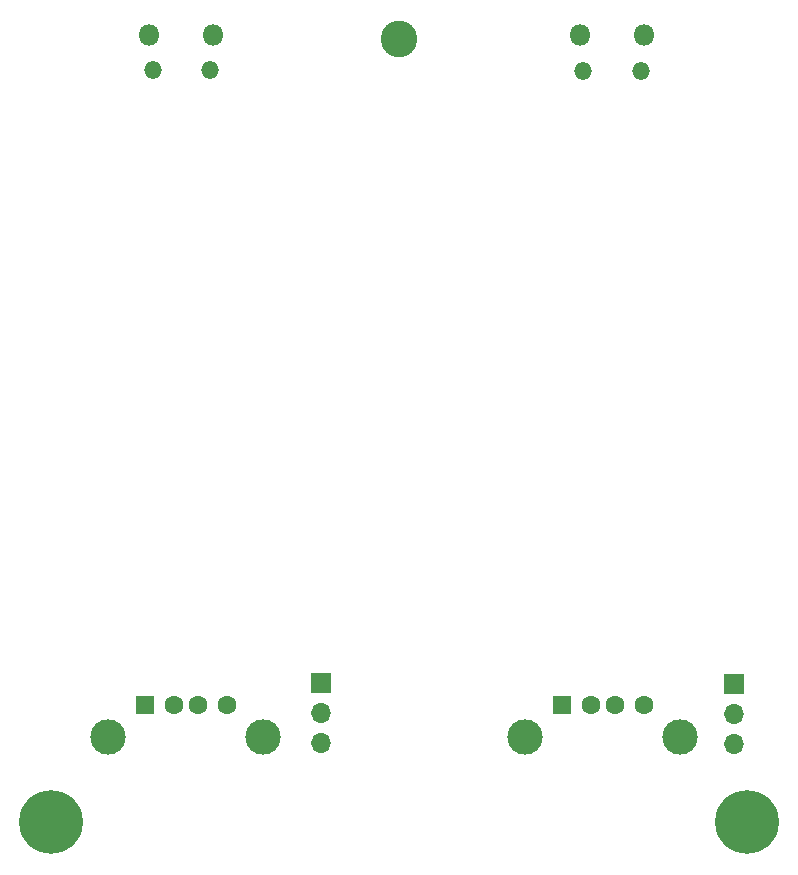
<source format=gbr>
%TF.GenerationSoftware,KiCad,Pcbnew,7.0.9*%
%TF.CreationDate,2024-01-21T01:35:17+01:00*%
%TF.ProjectId,DeskHop,4465736b-486f-4702-9e6b-696361645f70,rev?*%
%TF.SameCoordinates,Original*%
%TF.FileFunction,Soldermask,Bot*%
%TF.FilePolarity,Negative*%
%FSLAX46Y46*%
G04 Gerber Fmt 4.6, Leading zero omitted, Abs format (unit mm)*
G04 Created by KiCad (PCBNEW 7.0.9) date 2024-01-21 01:35:17*
%MOMM*%
%LPD*%
G01*
G04 APERTURE LIST*
%ADD10O,1.800000X1.800000*%
%ADD11O,1.500000X1.500000*%
%ADD12C,3.100000*%
%ADD13R,1.600000X1.500000*%
%ADD14C,1.600000*%
%ADD15C,3.000000*%
%ADD16R,1.700000X1.700000*%
%ADD17O,1.700000X1.700000*%
%ADD18C,5.400000*%
G04 APERTURE END LIST*
D10*
%TO.C,U1*%
X82619000Y-44834000D03*
D11*
X82919000Y-47864000D03*
X87769000Y-47864000D03*
D10*
X88069000Y-44834000D03*
%TD*%
%TO.C,U2*%
X46160523Y-44818249D03*
D11*
X46460523Y-47848249D03*
X51310523Y-47848249D03*
D10*
X51610523Y-44818249D03*
%TD*%
D12*
%TO.C,H3*%
X67310000Y-45212000D03*
%TD*%
D13*
%TO.C,J4*%
X45776000Y-101574000D03*
D14*
X48276000Y-101574000D03*
X50276000Y-101574000D03*
X52776000Y-101574000D03*
D15*
X42706000Y-104284000D03*
X55846000Y-104284000D03*
%TD*%
D16*
%TO.C,J3*%
X95667537Y-99795757D03*
D17*
X95667537Y-102335757D03*
X95667537Y-104875757D03*
%TD*%
D12*
%TO.C,H2*%
X96774000Y-111506000D03*
D18*
X96774000Y-111506000D03*
%TD*%
D13*
%TO.C,J1*%
X81082000Y-101574000D03*
D14*
X83582000Y-101574000D03*
X85582000Y-101574000D03*
X88082000Y-101574000D03*
D15*
X78012000Y-104284000D03*
X91152000Y-104284000D03*
%TD*%
D12*
%TO.C,H1*%
X37846000Y-111506000D03*
D18*
X37846000Y-111506000D03*
%TD*%
D16*
%TO.C,J2*%
X60731042Y-99717876D03*
D17*
X60731042Y-102257876D03*
X60731042Y-104797876D03*
%TD*%
M02*

</source>
